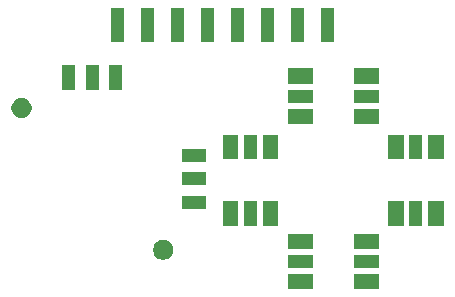
<source format=gts>
G04 #@! TF.GenerationSoftware,KiCad,Pcbnew,(5.1.5-0-10_14)*
G04 #@! TF.CreationDate,2019-12-11T22:46:01+09:00*
G04 #@! TF.ProjectId,RPiWD_Controller,52506957-445f-4436-9f6e-74726f6c6c65,rev?*
G04 #@! TF.SameCoordinates,Original*
G04 #@! TF.FileFunction,Soldermask,Top*
G04 #@! TF.FilePolarity,Negative*
%FSLAX46Y46*%
G04 Gerber Fmt 4.6, Leading zero omitted, Abs format (unit mm)*
G04 Created by KiCad (PCBNEW (5.1.5-0-10_14)) date 2019-12-11 22:46:01*
%MOMM*%
%LPD*%
G04 APERTURE LIST*
%ADD10C,0.100000*%
G04 APERTURE END LIST*
D10*
G36*
X153251000Y-78251000D02*
G01*
X151149000Y-78251000D01*
X151149000Y-76949000D01*
X153251000Y-76949000D01*
X153251000Y-78251000D01*
G37*
G36*
X147651000Y-78251000D02*
G01*
X145549000Y-78251000D01*
X145549000Y-76949000D01*
X147651000Y-76949000D01*
X147651000Y-78251000D01*
G37*
G36*
X153251000Y-76451000D02*
G01*
X151149000Y-76451000D01*
X151149000Y-75349000D01*
X153251000Y-75349000D01*
X153251000Y-76451000D01*
G37*
G36*
X147651000Y-76451000D02*
G01*
X145549000Y-76451000D01*
X145549000Y-75349000D01*
X147651000Y-75349000D01*
X147651000Y-76451000D01*
G37*
G36*
X135248228Y-74081703D02*
G01*
X135403100Y-74145853D01*
X135542481Y-74238985D01*
X135661015Y-74357519D01*
X135754147Y-74496900D01*
X135818297Y-74651772D01*
X135851000Y-74816184D01*
X135851000Y-74983816D01*
X135818297Y-75148228D01*
X135754147Y-75303100D01*
X135661015Y-75442481D01*
X135542481Y-75561015D01*
X135403100Y-75654147D01*
X135248228Y-75718297D01*
X135083816Y-75751000D01*
X134916184Y-75751000D01*
X134751772Y-75718297D01*
X134596900Y-75654147D01*
X134457519Y-75561015D01*
X134338985Y-75442481D01*
X134245853Y-75303100D01*
X134181703Y-75148228D01*
X134149000Y-74983816D01*
X134149000Y-74816184D01*
X134181703Y-74651772D01*
X134245853Y-74496900D01*
X134338985Y-74357519D01*
X134457519Y-74238985D01*
X134596900Y-74145853D01*
X134751772Y-74081703D01*
X134916184Y-74049000D01*
X135083816Y-74049000D01*
X135248228Y-74081703D01*
G37*
G36*
X147651000Y-74851000D02*
G01*
X145549000Y-74851000D01*
X145549000Y-73549000D01*
X147651000Y-73549000D01*
X147651000Y-74851000D01*
G37*
G36*
X153251000Y-74851000D02*
G01*
X151149000Y-74851000D01*
X151149000Y-73549000D01*
X153251000Y-73549000D01*
X153251000Y-74851000D01*
G37*
G36*
X158751000Y-72851000D02*
G01*
X157449000Y-72851000D01*
X157449000Y-70749000D01*
X158751000Y-70749000D01*
X158751000Y-72851000D01*
G37*
G36*
X156951000Y-72851000D02*
G01*
X155849000Y-72851000D01*
X155849000Y-70749000D01*
X156951000Y-70749000D01*
X156951000Y-72851000D01*
G37*
G36*
X142951000Y-72851000D02*
G01*
X141849000Y-72851000D01*
X141849000Y-70749000D01*
X142951000Y-70749000D01*
X142951000Y-72851000D01*
G37*
G36*
X144751000Y-72851000D02*
G01*
X143449000Y-72851000D01*
X143449000Y-70749000D01*
X144751000Y-70749000D01*
X144751000Y-72851000D01*
G37*
G36*
X141351000Y-72851000D02*
G01*
X140049000Y-72851000D01*
X140049000Y-70749000D01*
X141351000Y-70749000D01*
X141351000Y-72851000D01*
G37*
G36*
X155351000Y-72851000D02*
G01*
X154049000Y-72851000D01*
X154049000Y-70749000D01*
X155351000Y-70749000D01*
X155351000Y-72851000D01*
G37*
G36*
X138651000Y-71451000D02*
G01*
X136549000Y-71451000D01*
X136549000Y-70349000D01*
X138651000Y-70349000D01*
X138651000Y-71451000D01*
G37*
G36*
X138651000Y-69451000D02*
G01*
X136549000Y-69451000D01*
X136549000Y-68349000D01*
X138651000Y-68349000D01*
X138651000Y-69451000D01*
G37*
G36*
X138651000Y-67451000D02*
G01*
X136549000Y-67451000D01*
X136549000Y-66349000D01*
X138651000Y-66349000D01*
X138651000Y-67451000D01*
G37*
G36*
X158751000Y-67251000D02*
G01*
X157449000Y-67251000D01*
X157449000Y-65149000D01*
X158751000Y-65149000D01*
X158751000Y-67251000D01*
G37*
G36*
X156951000Y-67251000D02*
G01*
X155849000Y-67251000D01*
X155849000Y-65149000D01*
X156951000Y-65149000D01*
X156951000Y-67251000D01*
G37*
G36*
X155351000Y-67251000D02*
G01*
X154049000Y-67251000D01*
X154049000Y-65149000D01*
X155351000Y-65149000D01*
X155351000Y-67251000D01*
G37*
G36*
X144751000Y-67251000D02*
G01*
X143449000Y-67251000D01*
X143449000Y-65149000D01*
X144751000Y-65149000D01*
X144751000Y-67251000D01*
G37*
G36*
X142951000Y-67251000D02*
G01*
X141849000Y-67251000D01*
X141849000Y-65149000D01*
X142951000Y-65149000D01*
X142951000Y-67251000D01*
G37*
G36*
X141351000Y-67251000D02*
G01*
X140049000Y-67251000D01*
X140049000Y-65149000D01*
X141351000Y-65149000D01*
X141351000Y-67251000D01*
G37*
G36*
X153251000Y-64251000D02*
G01*
X151149000Y-64251000D01*
X151149000Y-62949000D01*
X153251000Y-62949000D01*
X153251000Y-64251000D01*
G37*
G36*
X147651000Y-64251000D02*
G01*
X145549000Y-64251000D01*
X145549000Y-62949000D01*
X147651000Y-62949000D01*
X147651000Y-64251000D01*
G37*
G36*
X123248228Y-62081703D02*
G01*
X123403100Y-62145853D01*
X123542481Y-62238985D01*
X123661015Y-62357519D01*
X123754147Y-62496900D01*
X123818297Y-62651772D01*
X123851000Y-62816184D01*
X123851000Y-62983816D01*
X123818297Y-63148228D01*
X123754147Y-63303100D01*
X123661015Y-63442481D01*
X123542481Y-63561015D01*
X123403100Y-63654147D01*
X123248228Y-63718297D01*
X123083816Y-63751000D01*
X122916184Y-63751000D01*
X122751772Y-63718297D01*
X122596900Y-63654147D01*
X122457519Y-63561015D01*
X122338985Y-63442481D01*
X122245853Y-63303100D01*
X122181703Y-63148228D01*
X122149000Y-62983816D01*
X122149000Y-62816184D01*
X122181703Y-62651772D01*
X122245853Y-62496900D01*
X122338985Y-62357519D01*
X122457519Y-62238985D01*
X122596900Y-62145853D01*
X122751772Y-62081703D01*
X122916184Y-62049000D01*
X123083816Y-62049000D01*
X123248228Y-62081703D01*
G37*
G36*
X153251000Y-62451000D02*
G01*
X151149000Y-62451000D01*
X151149000Y-61349000D01*
X153251000Y-61349000D01*
X153251000Y-62451000D01*
G37*
G36*
X147651000Y-62451000D02*
G01*
X145549000Y-62451000D01*
X145549000Y-61349000D01*
X147651000Y-61349000D01*
X147651000Y-62451000D01*
G37*
G36*
X127551000Y-61351000D02*
G01*
X126449000Y-61351000D01*
X126449000Y-59249000D01*
X127551000Y-59249000D01*
X127551000Y-61351000D01*
G37*
G36*
X129551000Y-61351000D02*
G01*
X128449000Y-61351000D01*
X128449000Y-59249000D01*
X129551000Y-59249000D01*
X129551000Y-61351000D01*
G37*
G36*
X131551000Y-61351000D02*
G01*
X130449000Y-61351000D01*
X130449000Y-59249000D01*
X131551000Y-59249000D01*
X131551000Y-61351000D01*
G37*
G36*
X147651000Y-60851000D02*
G01*
X145549000Y-60851000D01*
X145549000Y-59549000D01*
X147651000Y-59549000D01*
X147651000Y-60851000D01*
G37*
G36*
X153251000Y-60851000D02*
G01*
X151149000Y-60851000D01*
X151149000Y-59549000D01*
X153251000Y-59549000D01*
X153251000Y-60851000D01*
G37*
G36*
X131646000Y-57301000D02*
G01*
X130544000Y-57301000D01*
X130544000Y-54399000D01*
X131646000Y-54399000D01*
X131646000Y-57301000D01*
G37*
G36*
X134186000Y-57301000D02*
G01*
X133084000Y-57301000D01*
X133084000Y-54399000D01*
X134186000Y-54399000D01*
X134186000Y-57301000D01*
G37*
G36*
X136726000Y-57301000D02*
G01*
X135624000Y-57301000D01*
X135624000Y-54399000D01*
X136726000Y-54399000D01*
X136726000Y-57301000D01*
G37*
G36*
X139266000Y-57301000D02*
G01*
X138164000Y-57301000D01*
X138164000Y-54399000D01*
X139266000Y-54399000D01*
X139266000Y-57301000D01*
G37*
G36*
X141826000Y-57301000D02*
G01*
X140724000Y-57301000D01*
X140724000Y-54399000D01*
X141826000Y-54399000D01*
X141826000Y-57301000D01*
G37*
G36*
X144346000Y-57301000D02*
G01*
X143244000Y-57301000D01*
X143244000Y-54399000D01*
X144346000Y-54399000D01*
X144346000Y-57301000D01*
G37*
G36*
X149426000Y-57301000D02*
G01*
X148324000Y-57301000D01*
X148324000Y-54399000D01*
X149426000Y-54399000D01*
X149426000Y-57301000D01*
G37*
G36*
X146886000Y-57301000D02*
G01*
X145784000Y-57301000D01*
X145784000Y-54399000D01*
X146886000Y-54399000D01*
X146886000Y-57301000D01*
G37*
M02*

</source>
